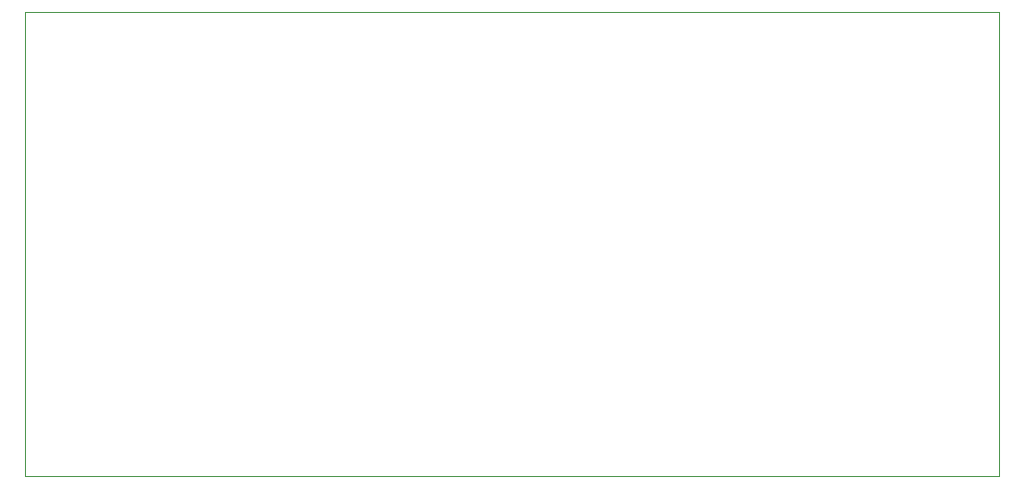
<source format=gbr>
%TF.GenerationSoftware,KiCad,Pcbnew,7.0.8-7.0.8~ubuntu22.04.1*%
%TF.CreationDate,2023-11-17T20:33:24+00:00*%
%TF.ProjectId,v4head,76346865-6164-42e6-9b69-6361645f7063,rev?*%
%TF.SameCoordinates,Original*%
%TF.FileFunction,Profile,NP*%
%FSLAX46Y46*%
G04 Gerber Fmt 4.6, Leading zero omitted, Abs format (unit mm)*
G04 Created by KiCad (PCBNEW 7.0.8-7.0.8~ubuntu22.04.1) date 2023-11-17 20:33:24*
%MOMM*%
%LPD*%
G01*
G04 APERTURE LIST*
%TA.AperFunction,Profile*%
%ADD10C,0.100000*%
%TD*%
G04 APERTURE END LIST*
D10*
X116840000Y-48260000D02*
X199390000Y-48260000D01*
X199390000Y-87630000D01*
X116840000Y-87630000D01*
X116840000Y-48260000D01*
M02*

</source>
